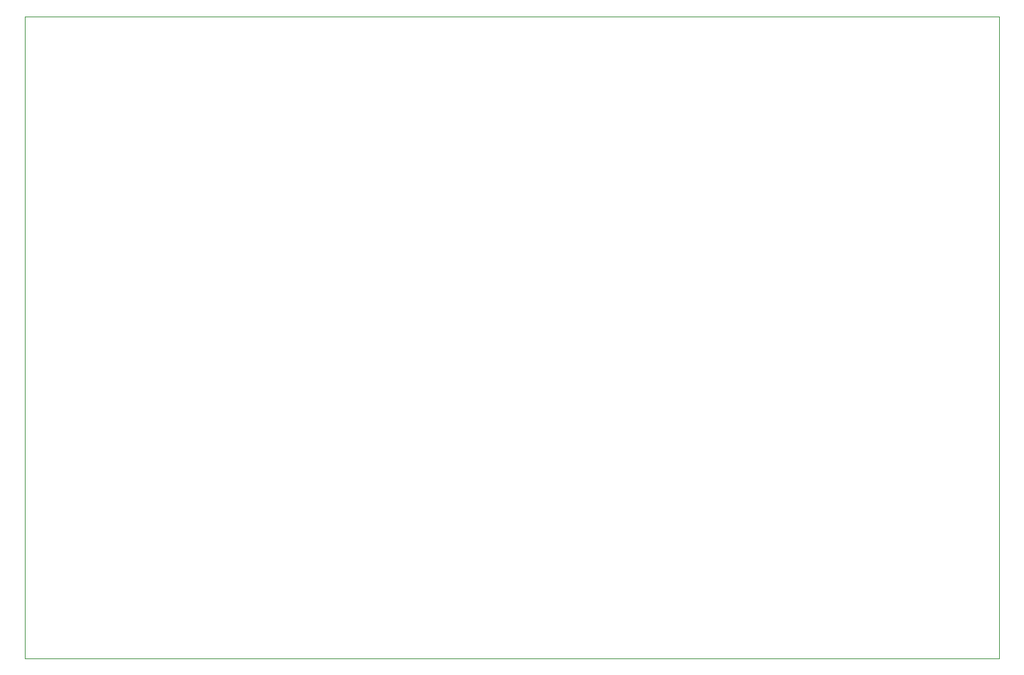
<source format=gbr>
%TF.GenerationSoftware,KiCad,Pcbnew,7.0.1*%
%TF.CreationDate,2023-05-30T20:42:55-06:00*%
%TF.ProjectId,Phase_D_STM_Shield,50686173-655f-4445-9f53-544d5f536869,rev?*%
%TF.SameCoordinates,Original*%
%TF.FileFunction,Profile,NP*%
%FSLAX46Y46*%
G04 Gerber Fmt 4.6, Leading zero omitted, Abs format (unit mm)*
G04 Created by KiCad (PCBNEW 7.0.1) date 2023-05-30 20:42:55*
%MOMM*%
%LPD*%
G01*
G04 APERTURE LIST*
%TA.AperFunction,Profile*%
%ADD10C,0.100000*%
%TD*%
G04 APERTURE END LIST*
D10*
X96520000Y-116840000D02*
X96520000Y-38100000D01*
X96520000Y-38100000D02*
X215900000Y-38100000D01*
X215900000Y-38100000D02*
X215900000Y-116840000D01*
X215900000Y-116840000D02*
X96520000Y-116840000D01*
M02*

</source>
